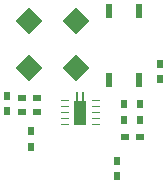
<source format=gbr>
%FSLAX23Y23*%
%MOIN*%
G04 EasyPC Gerber Version 16.0.6 Build 3249 *
%ADD79R,0.00600X0.03200*%
%ADD83R,0.02200X0.02900*%
%ADD84R,0.02300X0.04800*%
%ADD80R,0.04400X0.07900*%
%ADD10C,0.00100*%
%ADD78R,0.02800X0.00200*%
%ADD81R,0.02900X0.02200*%
%AMT82*0 Rectangle Pad at angle 45*21,1,0.06487,0.06487,0,0,45*%
%ADD82T82*%
X0Y0D02*
D02*
D10*
X339Y483D02*
X363D01*
Y471*
X339*
Y483*
G36*
X363*
Y471*
X339*
Y483*
G37*
Y503D02*
X363D01*
Y491*
X339*
Y503*
G36*
X363*
Y491*
X339*
Y503*
G37*
Y523D02*
X363D01*
Y511*
X339*
Y523*
G36*
X363*
Y511*
X339*
Y523*
G37*
D02*
D78*
X299Y449D03*
Y468D03*
Y488D03*
Y508D03*
Y527D03*
X403Y449D03*
Y468D03*
Y488D03*
Y508D03*
Y527D03*
D02*
D79*
X339Y478D03*
X341Y540D03*
X361D03*
X361Y478D03*
D02*
D80*
X351Y488D03*
D02*
D81*
X156Y492D03*
Y539D03*
X207Y492D03*
Y539D03*
X499Y409D03*
X550D03*
D02*
D82*
X178Y637D03*
Y795D03*
X335Y637D03*
Y795D03*
D02*
D83*
X107Y494D03*
Y545D03*
X185Y376D03*
Y427D03*
X473Y277D03*
Y328D03*
X496Y466D03*
Y517D03*
X548Y466D03*
Y517D03*
X615Y600D03*
Y651D03*
D02*
D84*
X446Y597D03*
Y827D03*
X546Y597D03*
Y827D03*
X0Y0D02*
M02*

</source>
